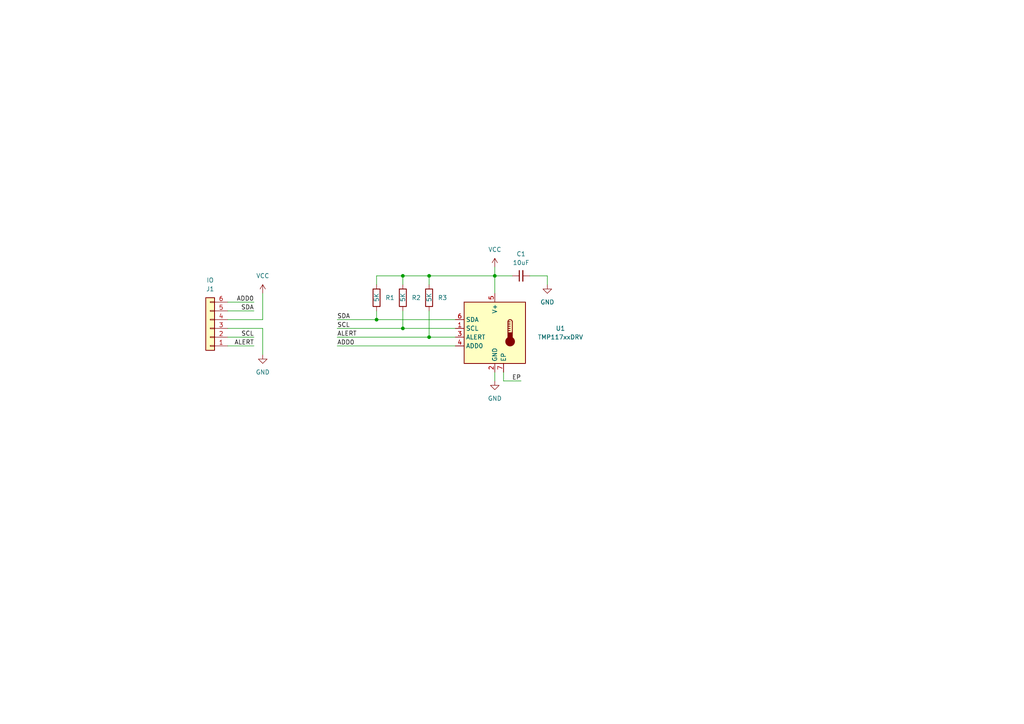
<source format=kicad_sch>
(kicad_sch (version 20230121) (generator eeschema)
  (paper "A4")
  (lib_symbols
    (symbol "Connector_Generic:Conn_01x06" (pin_names (offset 1.016) hide)
      (property "Reference" "J" (at 0 7.62 0))
      (property "Value" "Conn_01x06" (at 0 -10.16 0))
      (symbol "Conn_01x06_1_1"
        (rectangle (start -1.27 -7.493) (end 0 -7.747) (stroke (width 0.1524)))
        (rectangle (start -1.27 -4.953) (end 0 -5.207) (stroke (width 0.1524)))
        (rectangle (start -1.27 -2.413) (end 0 -2.667) (stroke (width 0.1524)))
        (rectangle (start -1.27 0.127) (end 0 -0.127) (stroke (width 0.1524)))
        (rectangle (start -1.27 2.667) (end 0 2.413) (stroke (width 0.1524)))
        (rectangle (start -1.27 5.207) (end 0 4.953) (stroke (width 0.1524)))
        (rectangle (start -1.27 6.35) (end 1.27 -8.89) (stroke (width 0.254)) (fill (type background)))
        (pin passive line (at -5.08 5.08 0) (length 3.81) (name "Pin_1") (number "1"))
        (pin passive line (at -5.08 2.54 0) (length 3.81) (name "Pin_2") (number "2"))
        (pin passive line (at -5.08 0 0) (length 3.81) (name "Pin_3") (number "3"))
        (pin passive line (at -5.08 -2.54 0) (length 3.81) (name "Pin_4") (number "4"))
        (pin passive line (at -5.08 -5.08 0) (length 3.81) (name "Pin_5") (number "5"))
        (pin passive line (at -5.08 -7.62 0) (length 3.81) (name "Pin_6") (number "6"))
      )
    )
    (symbol "Device:C_Small" (pin_numbers hide) (pin_names (offset 0.254) hide)
      (property "Reference" "C" (at 0.254 1.778 0))
      (property "Value" "C_Small" (at 0.254 -2.032 0))
      (symbol "C_Small_0_1"
        (polyline (pts (xy -1.524 -0.508) (xy 1.524 -0.508)) (stroke (width 0.3302)))
        (polyline (pts (xy -1.524 0.508) (xy 1.524 0.508)) (stroke (width 0.3048)))
      )
      (symbol "C_Small_1_1"
        (pin passive line (at 0 2.54 270) (length 2.032) (name "~") (number "1"))
        (pin passive line (at 0 -2.54 90) (length 2.032) (name "~") (number "2"))
      )
    )
    (symbol "Device:R" (pin_numbers hide) (pin_names (offset 0))
      (property "Reference" "R" (at 2.032 0 90))
      (property "Value" "R" (at 0 0 90))
      (symbol "R_0_1"
        (rectangle (start -1.016 -2.54) (end 1.016 2.54) (stroke (width 0.254)))
      )
      (symbol "R_1_1"
        (pin passive line (at 0 3.81 270) (length 1.27) (name "~") (number "1"))
        (pin passive line (at 0 -3.81 90) (length 1.27) (name "~") (number "2"))
      )
    )
    (symbol "Sensor_Temperature:TMP117xxDRV"
      (property "Reference" "U1" (at 19.05 1.27 0))
      (property "Value" "TMP117xxDRV" (at 19.05 -1.27 0))
      (symbol "TMP117xxDRV_0_1"
        (rectangle (start -8.89 8.89) (end 8.89 -8.89) (stroke (width 0.254)) (fill (type background)))
      )
      (symbol "TMP117xxDRV_1_1"
        (polyline (pts (xy 3.81 0.635) (xy 4.445 0.635)) (stroke (width 0.254)))
        (polyline (pts (xy 3.81 1.27) (xy 4.445 1.27)) (stroke (width 0.254)))
        (polyline (pts (xy 3.81 1.905) (xy 4.445 1.905)) (stroke (width 0.254)))
        (polyline (pts (xy 3.81 2.54) (xy 4.445 2.54)) (stroke (width 0.254)))
        (polyline (pts (xy 3.81 3.175) (xy 3.81 0)) (stroke (width 0.254)))
        (polyline (pts (xy 3.81 3.175) (xy 4.445 3.175)) (stroke (width 0.254)))
        (polyline (pts (xy 5.08 3.175) (xy 5.08 0)) (stroke (width 0.254)))
        (rectangle (start 3.81 0) (end 5.08 -1.905) (stroke (width 0.254)) (fill (type outline)))
        (circle (center 4.445 -2.54) (radius 1.27) (stroke (width 0.254)) (fill (type outline)))
        (arc (start 5.08 3.175) (mid 4.445 3.8073) (end 3.81 3.175) (stroke (width 0.254)))
        (pin input line (at -11.43 1.27 0) (length 2.54) (name "SCL") (number "1"))
        (pin power_in line (at 0 -11.43 90) (length 2.54) (name "GND") (number "2"))
        (pin open_collector line (at -11.43 -1.27 0) (length 2.54) (name "ALERT") (number "3"))
        (pin input line (at -11.43 -3.81 0) (length 2.54) (name "ADD0") (number "4"))
        (pin power_in line (at 0 11.43 270) (length 2.54) (name "V+") (number "5"))
        (pin bidirectional line (at -11.43 3.81 0) (length 2.54) (name "SDA") (number "6"))
        (pin passive line (at 2.54 -11.43 90) (length 2.54) (name "EP") (number "7"))
      )
    )
    (symbol "power:GND" (power) (pin_names (offset 0))
      (property "Value" "GND" (at 0 -3.81 0))
      (symbol "GND_0_1"
        (polyline (pts (xy 0 0) (xy 0 -1.27) (xy 1.27 -1.27) (xy 0 -2.54) (xy -1.27 -1.27) (xy 0 -1.27)))
      )
      (symbol "GND_1_1"
        (pin power_in line (at 0 0 270) (length 0) hide (name "GND") (number "1"))
      )
    )
    (symbol "power:VCC" (power) (pin_names (offset 0))
      (property "Value" "VCC" (at 0 3.81 0))
      (symbol "VCC_0_1"
        (polyline (pts (xy -0.762 1.27) (xy 0 2.54)))
        (polyline (pts (xy 0 0) (xy 0 2.54)))
        (polyline (pts (xy 0 2.54) (xy 0.762 1.27)))
      )
      (symbol "VCC_1_1"
        (pin power_in line (at 0 0 90) (length 0) hide (name "VCC") (number "1"))
      )
    )
  )
  (junction (at 109.22 92.71))
  (junction (at 116.84 95.25))
  (junction (at 143.51 80.01))
  (junction (at 124.46 97.79))
  (junction (at 116.84 80.01))
  (junction (at 124.46 80.01))
  (wire (pts (xy 76.2 92.71) (xy 66.04 92.71)))
  (wire (pts (xy 124.46 80.01) (xy 124.46 82.55)))
  (wire (pts (xy 97.79 97.79) (xy 124.46 97.79)))
  (wire (pts (xy 153.67 80.01) (xy 158.75 80.01)))
  (wire (pts (xy 143.51 77.47) (xy 143.51 80.01)))
  (wire (pts (xy 97.79 95.25) (xy 116.84 95.25)))
  (wire (pts (xy 109.22 90.17) (xy 109.22 92.71)))
  (wire (pts (xy 143.51 80.01) (xy 124.46 80.01)))
  (wire (pts (xy 143.51 80.01) (xy 143.51 85.09)))
  (wire (pts (xy 66.04 97.79) (xy 73.66 97.79)))
  (wire (pts (xy 97.79 100.33) (xy 132.08 100.33)))
  (wire (pts (xy 76.2 95.25) (xy 66.04 95.25)))
  (wire (pts (xy 143.51 110.49) (xy 143.51 107.95)))
  (wire (pts (xy 66.04 100.33) (xy 73.66 100.33)))
  (wire (pts (xy 116.84 80.01) (xy 109.22 80.01)))
  (wire (pts (xy 109.22 80.01) (xy 109.22 82.55)))
  (wire (pts (xy 146.05 107.95) (xy 146.05 110.49)))
  (wire (pts (xy 66.04 90.17) (xy 73.66 90.17)))
  (wire (pts (xy 116.84 95.25) (xy 132.08 95.25)))
  (wire (pts (xy 116.84 90.17) (xy 116.84 95.25)))
  (wire (pts (xy 109.22 92.71) (xy 132.08 92.71)))
  (wire (pts (xy 143.51 80.01) (xy 148.59 80.01)))
  (wire (pts (xy 76.2 102.87) (xy 76.2 95.25)))
  (wire (pts (xy 97.79 92.71) (xy 109.22 92.71)))
  (wire (pts (xy 124.46 80.01) (xy 116.84 80.01)))
  (wire (pts (xy 158.75 82.55) (xy 158.75 80.01)))
  (wire (pts (xy 124.46 90.17) (xy 124.46 97.79)))
  (wire (pts (xy 124.46 97.79) (xy 132.08 97.79)))
  (wire (pts (xy 66.04 87.63) (xy 73.66 87.63)))
  (wire (pts (xy 146.05 110.49) (xy 151.13 110.49)))
  (wire (pts (xy 116.84 80.01) (xy 116.84 82.55)))
  (wire (pts (xy 76.2 85.09) (xy 76.2 92.71)))
  (label "SCL" (at 73.66 97.79 180))
  (label "ADD0" (at 97.79 100.33 0))
  (label "EP" (at 151.13 110.49 180))
  (label "SDA" (at 73.66 90.17 180))
  (label "ALERT" (at 73.66 100.33 180))
  (label "ADD0" (at 73.66 87.63 180))
  (label "SDA" (at 97.79 92.71 0))
  (label "ALERT" (at 97.79 97.79 0))
  (label "SCL" (at 97.79 95.25 0))
  (symbol (lib_id "power:GND") (at 76.2 102.87 0) (unit 1)
    (property "Reference" "#PWR04" (effects hide))
    (property "Value" "GND" (at 76.2 107.95 0))
  )
  (symbol (lib_id "power:VCC") (at 143.51 77.47 0) (unit 1)
    (property "Reference" "#PWR01" (effects hide))
    (property "Value" "VCC" (at 143.51 72.39 0))
  )
  (symbol (lib_id "Device:R") (at 109.22 86.36 0) (unit 1)
    (property "Reference" "R1" (at 111.76 86.36 0) (effects (justify left)))
    (property "Value" "5K" (at 109.22 87.63 90) (effects (justify left)))
    (property "Footprint" "Resistor_SMD:R_0603_1608Metric" (effects hide))
  )
  (symbol (lib_id "power:GND") (at 158.75 82.55 0) (unit 1)
    (property "Reference" "#PWR02" (effects hide))
    (property "Value" "GND" (at 158.75 87.63 0))
  )
  (symbol (lib_id "Device:R") (at 116.84 86.36 0) (unit 1)
    (property "Reference" "R2" (at 119.38 86.36 0) (effects (justify left)))
    (property "Value" "5K" (at 116.84 87.63 90) (effects (justify left)))
    (property "Footprint" "Resistor_SMD:R_0603_1608Metric" (effects hide))
  )
  (symbol (lib_id "Connector_Generic:Conn_01x06") (at 60.96 95.25 180) (unit 1)
    (property "Reference" "J1" (at 60.96 83.82 0))
    (property "Value" "IO" (at 60.96 81.28 0))
    (property "Footprint" "Connector_PinHeader_2.54mm:PinHeader_1x06_P2.54mm_Vertical" (effects hide))
  )
  (symbol (lib_id "Device:R") (at 124.46 86.36 0) (unit 1)
    (property "Reference" "R3" (at 127 86.36 0) (effects (justify left)))
    (property "Value" "5K" (at 124.46 87.63 90) (effects (justify left)))
    (property "Footprint" "Resistor_SMD:R_0603_1608Metric" (effects hide))
  )
  (symbol (lib_id "Device:C_Small") (at 151.13 80.01 90) (unit 1)
    (property "Reference" "C1" (at 151.13 73.66 90))
    (property "Value" "10uF" (at 151.13 76.2 90))
    (property "Footprint" "Capacitor_SMD:C_0603_1608Metric" (effects hide))
  )
  (symbol (lib_id "power:GND") (at 143.51 110.49 0) (unit 1)
    (property "Reference" "#PWR03" (effects hide))
    (property "Value" "GND" (at 143.51 115.57 0))
  )
  (symbol (lib_id "power:VCC") (at 76.2 85.09 0) (unit 1)
    (property "Reference" "#PWR05" (effects hide))
    (property "Value" "VCC" (at 76.2 80.01 0))
  )
  (symbol (lib_id "Sensor_Temperature:TMP117xxDRV") (at 143.51 96.52 0) (unit 1)
    (property "Reference" "U1" (at 162.56 95.25 0))
    (property "Value" "TMP117xxDRV" (at 162.56 97.79 0))
    (property "Footprint" "Package_SON:WSON-6-1EP_2x2mm_P0.65mm_EP1x1.6mm" (effects hide))
    (property "Datasheet" "https://www.ti.com/lit/ds/symlink/tmp117.pdf" (effects hide))
  )
)
</source>
